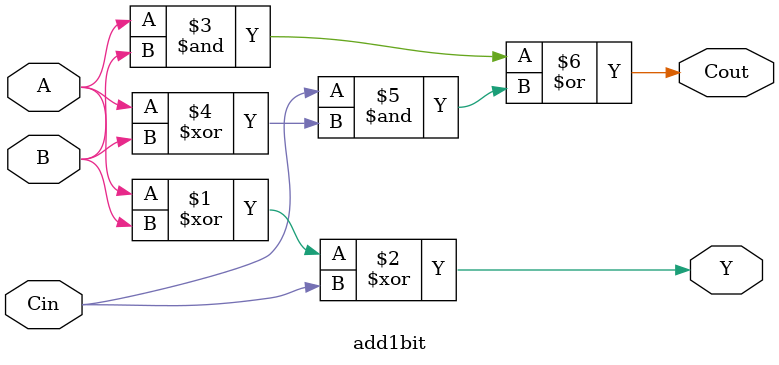
<source format=v>
module add1bit(A, B, Cin, Y, Cout);
  input A, B, Cin;
  output Y, Cout;
  wire Y, Cout;
  assign Y = A ^ B ^ Cin;
  assign Cout = A & B | Cin & (A ^ B);

endmodule

</source>
